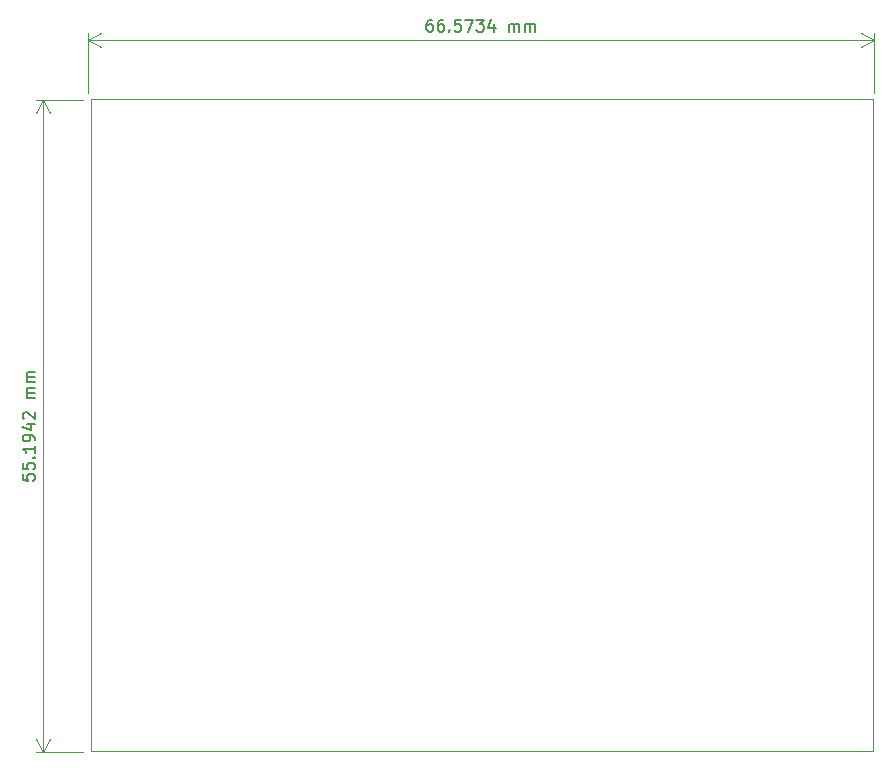
<source format=gbr>
%TF.GenerationSoftware,KiCad,Pcbnew,6.0.7-f9a2dced07~116~ubuntu20.04.1*%
%TF.CreationDate,2022-08-07T22:42:37+01:00*%
%TF.ProjectId,MController,4d436f6e-7472-46f6-9c6c-65722e6b6963,rev?*%
%TF.SameCoordinates,Original*%
%TF.FileFunction,Profile,NP*%
%FSLAX46Y46*%
G04 Gerber Fmt 4.6, Leading zero omitted, Abs format (unit mm)*
G04 Created by KiCad (PCBNEW 6.0.7-f9a2dced07~116~ubuntu20.04.1) date 2022-08-07 22:42:37*
%MOMM*%
%LPD*%
G01*
G04 APERTURE LIST*
%TA.AperFunction,Profile*%
%ADD10C,0.100000*%
%TD*%
%ADD11C,0.150000*%
G04 APERTURE END LIST*
D10*
X82524600Y-46202600D02*
X148767800Y-46202600D01*
X148767800Y-46202600D02*
X148767800Y-101422200D01*
X148767800Y-101422200D02*
X82524600Y-101422200D01*
X82524600Y-101422200D02*
X82524600Y-46202600D01*
D11*
X76788380Y-78021938D02*
X76788380Y-78498128D01*
X77264571Y-78545747D01*
X77216952Y-78498128D01*
X77169333Y-78402890D01*
X77169333Y-78164795D01*
X77216952Y-78069557D01*
X77264571Y-78021938D01*
X77359809Y-77974319D01*
X77597904Y-77974319D01*
X77693142Y-78021938D01*
X77740761Y-78069557D01*
X77788380Y-78164795D01*
X77788380Y-78402890D01*
X77740761Y-78498128D01*
X77693142Y-78545747D01*
X76788380Y-77069557D02*
X76788380Y-77545747D01*
X77264571Y-77593366D01*
X77216952Y-77545747D01*
X77169333Y-77450509D01*
X77169333Y-77212414D01*
X77216952Y-77117176D01*
X77264571Y-77069557D01*
X77359809Y-77021938D01*
X77597904Y-77021938D01*
X77693142Y-77069557D01*
X77740761Y-77117176D01*
X77788380Y-77212414D01*
X77788380Y-77450509D01*
X77740761Y-77545747D01*
X77693142Y-77593366D01*
X77693142Y-76593366D02*
X77740761Y-76545747D01*
X77788380Y-76593366D01*
X77740761Y-76640985D01*
X77693142Y-76593366D01*
X77788380Y-76593366D01*
X77788380Y-75593366D02*
X77788380Y-76164795D01*
X77788380Y-75879080D02*
X76788380Y-75879080D01*
X76931238Y-75974319D01*
X77026476Y-76069557D01*
X77074095Y-76164795D01*
X77788380Y-75117176D02*
X77788380Y-74926700D01*
X77740761Y-74831461D01*
X77693142Y-74783842D01*
X77550285Y-74688604D01*
X77359809Y-74640985D01*
X76978857Y-74640985D01*
X76883619Y-74688604D01*
X76836000Y-74736223D01*
X76788380Y-74831461D01*
X76788380Y-75021938D01*
X76836000Y-75117176D01*
X76883619Y-75164795D01*
X76978857Y-75212414D01*
X77216952Y-75212414D01*
X77312190Y-75164795D01*
X77359809Y-75117176D01*
X77407428Y-75021938D01*
X77407428Y-74831461D01*
X77359809Y-74736223D01*
X77312190Y-74688604D01*
X77216952Y-74640985D01*
X77121714Y-73783842D02*
X77788380Y-73783842D01*
X76740761Y-74021938D02*
X77455047Y-74260033D01*
X77455047Y-73640985D01*
X76883619Y-73307652D02*
X76836000Y-73260033D01*
X76788380Y-73164795D01*
X76788380Y-72926700D01*
X76836000Y-72831461D01*
X76883619Y-72783842D01*
X76978857Y-72736223D01*
X77074095Y-72736223D01*
X77216952Y-72783842D01*
X77788380Y-73355271D01*
X77788380Y-72736223D01*
X77788380Y-71545747D02*
X77121714Y-71545747D01*
X77216952Y-71545747D02*
X77169333Y-71498128D01*
X77121714Y-71402890D01*
X77121714Y-71260033D01*
X77169333Y-71164795D01*
X77264571Y-71117176D01*
X77788380Y-71117176D01*
X77264571Y-71117176D02*
X77169333Y-71069557D01*
X77121714Y-70974319D01*
X77121714Y-70831461D01*
X77169333Y-70736223D01*
X77264571Y-70688604D01*
X77788380Y-70688604D01*
X77788380Y-70212414D02*
X77121714Y-70212414D01*
X77216952Y-70212414D02*
X77169333Y-70164795D01*
X77121714Y-70069557D01*
X77121714Y-69926700D01*
X77169333Y-69831461D01*
X77264571Y-69783842D01*
X77788380Y-69783842D01*
X77264571Y-69783842D02*
X77169333Y-69736223D01*
X77121714Y-69640985D01*
X77121714Y-69498128D01*
X77169333Y-69402890D01*
X77264571Y-69355271D01*
X77788380Y-69355271D01*
D10*
X81923000Y-46329600D02*
X77899580Y-46329600D01*
X81923000Y-101523800D02*
X77899580Y-101523800D01*
X78486000Y-46329600D02*
X78486000Y-101523800D01*
X78486000Y-46329600D02*
X78486000Y-101523800D01*
X78486000Y-46329600D02*
X77899579Y-47456104D01*
X78486000Y-46329600D02*
X79072421Y-47456104D01*
X78486000Y-101523800D02*
X79072421Y-100397296D01*
X78486000Y-101523800D02*
X77899579Y-100397296D01*
D11*
X111439842Y-39526580D02*
X111249366Y-39526580D01*
X111154128Y-39574200D01*
X111106509Y-39621819D01*
X111011271Y-39764676D01*
X110963652Y-39955152D01*
X110963652Y-40336104D01*
X111011271Y-40431342D01*
X111058890Y-40478961D01*
X111154128Y-40526580D01*
X111344604Y-40526580D01*
X111439842Y-40478961D01*
X111487461Y-40431342D01*
X111535080Y-40336104D01*
X111535080Y-40098009D01*
X111487461Y-40002771D01*
X111439842Y-39955152D01*
X111344604Y-39907533D01*
X111154128Y-39907533D01*
X111058890Y-39955152D01*
X111011271Y-40002771D01*
X110963652Y-40098009D01*
X112392223Y-39526580D02*
X112201747Y-39526580D01*
X112106509Y-39574200D01*
X112058890Y-39621819D01*
X111963652Y-39764676D01*
X111916033Y-39955152D01*
X111916033Y-40336104D01*
X111963652Y-40431342D01*
X112011271Y-40478961D01*
X112106509Y-40526580D01*
X112296985Y-40526580D01*
X112392223Y-40478961D01*
X112439842Y-40431342D01*
X112487461Y-40336104D01*
X112487461Y-40098009D01*
X112439842Y-40002771D01*
X112392223Y-39955152D01*
X112296985Y-39907533D01*
X112106509Y-39907533D01*
X112011271Y-39955152D01*
X111963652Y-40002771D01*
X111916033Y-40098009D01*
X112916033Y-40431342D02*
X112963652Y-40478961D01*
X112916033Y-40526580D01*
X112868414Y-40478961D01*
X112916033Y-40431342D01*
X112916033Y-40526580D01*
X113868414Y-39526580D02*
X113392223Y-39526580D01*
X113344604Y-40002771D01*
X113392223Y-39955152D01*
X113487461Y-39907533D01*
X113725557Y-39907533D01*
X113820795Y-39955152D01*
X113868414Y-40002771D01*
X113916033Y-40098009D01*
X113916033Y-40336104D01*
X113868414Y-40431342D01*
X113820795Y-40478961D01*
X113725557Y-40526580D01*
X113487461Y-40526580D01*
X113392223Y-40478961D01*
X113344604Y-40431342D01*
X114249366Y-39526580D02*
X114916033Y-39526580D01*
X114487461Y-40526580D01*
X115201747Y-39526580D02*
X115820795Y-39526580D01*
X115487461Y-39907533D01*
X115630319Y-39907533D01*
X115725557Y-39955152D01*
X115773176Y-40002771D01*
X115820795Y-40098009D01*
X115820795Y-40336104D01*
X115773176Y-40431342D01*
X115725557Y-40478961D01*
X115630319Y-40526580D01*
X115344604Y-40526580D01*
X115249366Y-40478961D01*
X115201747Y-40431342D01*
X116677938Y-39859914D02*
X116677938Y-40526580D01*
X116439842Y-39478961D02*
X116201747Y-40193247D01*
X116820795Y-40193247D01*
X117963652Y-40526580D02*
X117963652Y-39859914D01*
X117963652Y-39955152D02*
X118011271Y-39907533D01*
X118106509Y-39859914D01*
X118249366Y-39859914D01*
X118344604Y-39907533D01*
X118392223Y-40002771D01*
X118392223Y-40526580D01*
X118392223Y-40002771D02*
X118439842Y-39907533D01*
X118535080Y-39859914D01*
X118677938Y-39859914D01*
X118773176Y-39907533D01*
X118820795Y-40002771D01*
X118820795Y-40526580D01*
X119296985Y-40526580D02*
X119296985Y-39859914D01*
X119296985Y-39955152D02*
X119344604Y-39907533D01*
X119439842Y-39859914D01*
X119582700Y-39859914D01*
X119677938Y-39907533D01*
X119725557Y-40002771D01*
X119725557Y-40526580D01*
X119725557Y-40002771D02*
X119773176Y-39907533D01*
X119868414Y-39859914D01*
X120011271Y-39859914D01*
X120106509Y-39907533D01*
X120154128Y-40002771D01*
X120154128Y-40526580D01*
D10*
X82296000Y-45702600D02*
X82296000Y-40637780D01*
X148869400Y-45702600D02*
X148869400Y-40637780D01*
X82296000Y-41224200D02*
X148869400Y-41224200D01*
X82296000Y-41224200D02*
X148869400Y-41224200D01*
X82296000Y-41224200D02*
X83422504Y-41810621D01*
X82296000Y-41224200D02*
X83422504Y-40637779D01*
X148869400Y-41224200D02*
X147742896Y-40637779D01*
X148869400Y-41224200D02*
X147742896Y-41810621D01*
M02*

</source>
